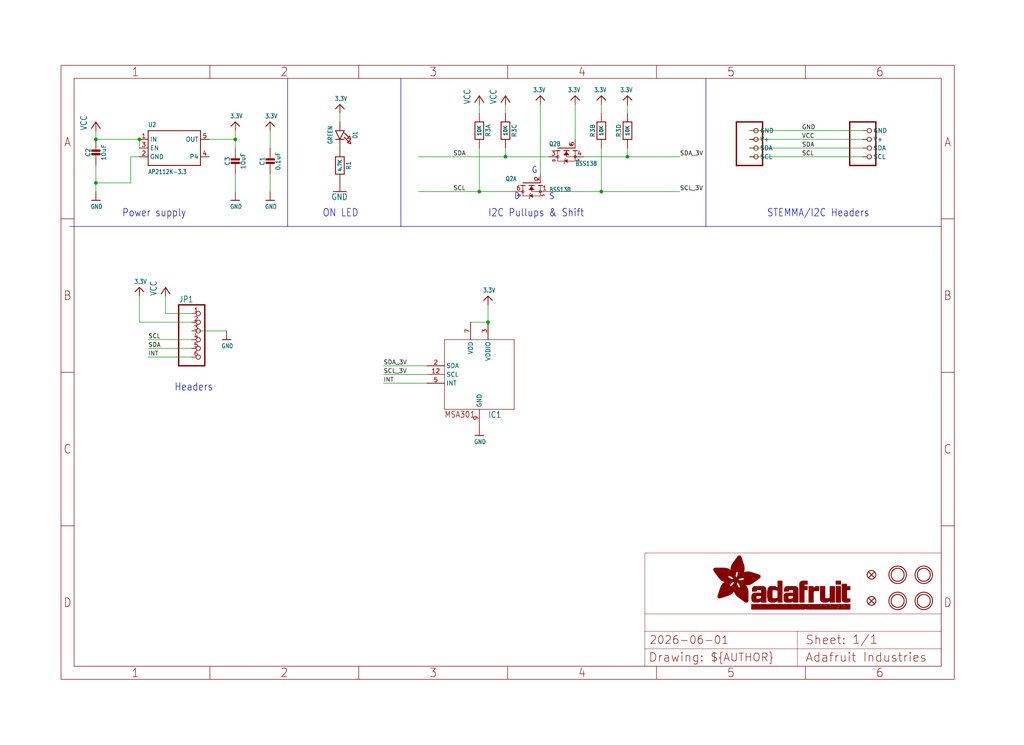
<source format=kicad_sch>
(kicad_sch (version 20230121) (generator eeschema)
  (paper "User" 298.45 217.322)
  (lib_symbols
    (symbol "working-eagle-import:3.3V" (power)
      (property "Value" "3.3V" (at -1.524 1.016 0))
      (symbol "3.3V_1_0"
        (pin power_in line (at 0 -2.54 90) (length 2.54) (name "3.3V") (number "1"))
      )
    )
    (symbol "working-eagle-import:CAP_CERAMIC0603_NO"
      (property "Reference" "C" (at -2.29 1.25 90))
      (symbol "CAP_CERAMIC0603_NO_1_0"
        (pin passive line (at 0 5.08 270) (length 2.54) (name "1") (number "1"))
        (pin passive line (at 0 -2.54 90) (length 2.54) (name "2") (number "2"))
      )
    )
    (symbol "working-eagle-import:CAP_CERAMIC0805-NOOUTLINE"
      (property "Reference" "C" (at -2.29 1.25 90))
      (symbol "CAP_CERAMIC0805-NOOUTLINE_1_0"
        (pin passive line (at 0 5.08 270) (length 2.54) (name "1") (number "1"))
        (pin passive line (at 0 -2.54 90) (length 2.54) (name "2") (number "2"))
      )
    )
    (symbol "working-eagle-import:FIDUCIAL_1MM")
    (symbol "working-eagle-import:FRAME_A4_ADAFRUIT"
      (symbol "FRAME_A4_ADAFRUIT_1_0"
        (text "${#}/${##}" (at 230.505 10.16 0) (effects (font (size 2.54 2.54)) (justify left bottom)))
        (text "${AUTHOR}" (at 189.23 5.08 0) (effects (font (size 2.286 2.286)) (justify left bottom)))
        (text "${CURRENT_DATE}" (at 171.45 10.16 0) (effects (font (size 2.286 2.286)) (justify left bottom)))
        (text "${PROJECTNAME}" (at 171.45 15.24 0) (effects (font (size 2.54 2.54)) (justify left bottom)))
        (text "1" (at 21.6958 1.905 0) (effects (font (size 2.54 2.286))))
        (text "1" (at 21.6958 177.165 0) (effects (font (size 2.54 2.286))))
        (text "2" (at 65.0875 1.905 0) (effects (font (size 2.54 2.286))))
        (text "2" (at 65.0875 177.165 0) (effects (font (size 2.54 2.286))))
        (text "3" (at 108.4792 1.905 0) (effects (font (size 2.54 2.286))))
        (text "3" (at 108.4792 177.165 0) (effects (font (size 2.54 2.286))))
        (text "4" (at 151.8708 1.905 0) (effects (font (size 2.54 2.286))))
        (text "4" (at 151.8708 177.165 0) (effects (font (size 2.54 2.286))))
        (text "5" (at 195.2625 1.905 0) (effects (font (size 2.54 2.286))))
        (text "5" (at 195.2625 177.165 0) (effects (font (size 2.54 2.286))))
        (text "6" (at 238.6542 1.905 0) (effects (font (size 2.54 2.286))))
        (text "6" (at 238.6542 177.165 0) (effects (font (size 2.54 2.286))))
        (text "A" (at 1.905 156.6863 0) (effects (font (size 2.54 2.286))))
        (text "A" (at 258.445 156.6863 0) (effects (font (size 2.54 2.286))))
        (text "Adafruit Industries" (at 216.916 4.953 0) (effects (font (size 2.54 2.54)) (justify left bottom)))
        (text "B" (at 1.905 111.9188 0) (effects (font (size 2.54 2.286))))
        (text "B" (at 258.445 111.9188 0) (effects (font (size 2.54 2.286))))
        (text "C" (at 1.905 67.1513 0) (effects (font (size 2.54 2.286))))
        (text "C" (at 258.445 67.1513 0) (effects (font (size 2.54 2.286))))
        (text "D" (at 1.905 22.3838 0) (effects (font (size 2.54 2.286))))
        (text "D" (at 258.445 22.3838 0) (effects (font (size 2.54 2.286))))
        (text "Drawing:" (at 171.196 4.953 0) (effects (font (size 2.54 2.54)) (justify left bottom)))
        (text "Sheet:" (at 216.916 10.033 0) (effects (font (size 2.54 2.54)) (justify left bottom)))
      )
    )
    (symbol "working-eagle-import:GND" (power)
      (property "Value" "GND" (at -1.524 -2.54 0))
      (symbol "GND_1_0"
        (pin power_in line (at 0 2.54 270) (length 2.54) (name "GND") (number "1"))
      )
    )
    (symbol "working-eagle-import:HEADER-1X670MIL"
      (property "Reference" "JP" (at -6.35 10.795 0))
      (symbol "HEADER-1X670MIL_1_0"
        (pin passive inverted (at -2.54 7.62 0) (length 2.54) (name "1") (number "1"))
        (pin passive inverted (at -2.54 5.08 0) (length 2.54) (name "2") (number "2"))
        (pin passive inverted (at -2.54 2.54 0) (length 2.54) (name "3") (number "3"))
        (pin passive inverted (at -2.54 0 0) (length 2.54) (name "4") (number "4"))
        (pin passive inverted (at -2.54 -2.54 0) (length 2.54) (name "5") (number "5"))
        (pin passive inverted (at -2.54 -5.08 0) (length 2.54) (name "6") (number "6"))
      )
    )
    (symbol "working-eagle-import:LED0603_NOOUTLINE"
      (property "Reference" "D" (at -1.27 4.445 0))
      (symbol "LED0603_NOOUTLINE_1_0"
        (pin passive line (at -5.08 0 0) (length 2.54) (name "A") (number "A"))
        (pin passive line (at 2.54 0 180) (length 2.54) (name "C") (number "C"))
      )
    )
    (symbol "working-eagle-import:MOSFET-N_DUAL"
      (property "Reference" "Q" (at 5.08 0.635 0))
      (symbol "MOSFET-N_DUAL_1_0"
        (text "D" (at 3.175 3.175 0) (effects (font (size 0.8128 0.6908)) (justify left bottom)))
        (text "G" (at -1.27 -1.905 0) (effects (font (size 0.8128 0.6908)) (justify left bottom)))
        (text "S" (at 3.175 -3.81 0) (effects (font (size 0.8128 0.6908)) (justify left bottom)))
        (pin bidirectional line (at 2.54 -5.08 90) (length 2.54) (name "S") (number "1"))
        (pin bidirectional line (at -2.54 -2.54 0) (length 2.54) (name "G") (number "2"))
        (pin bidirectional line (at 2.54 5.08 270) (length 2.54) (name "D") (number "6"))
      )
      (symbol "MOSFET-N_DUAL_2_0"
        (text "D" (at 3.175 3.175 0) (effects (font (size 0.8128 0.6908)) (justify left bottom)))
        (text "G" (at -1.27 -1.905 0) (effects (font (size 0.8128 0.6908)) (justify left bottom)))
        (text "S" (at 3.175 -3.81 0) (effects (font (size 0.8128 0.6908)) (justify left bottom)))
        (pin bidirectional line (at 2.54 5.08 270) (length 2.54) (name "D") (number "3"))
        (pin bidirectional line (at 2.54 -5.08 90) (length 2.54) (name "S") (number "4"))
        (pin bidirectional line (at -2.54 -2.54 0) (length 2.54) (name "G") (number "5"))
      )
    )
    (symbol "working-eagle-import:MOUNTINGHOLE2.5")
    (symbol "working-eagle-import:MSA301"
      (property "Reference" "IC" (at 2.54 -12.7 0))
      (symbol "MSA301_1_0"
        (text "MSA301" (at -10.16 -12.7 0) (effects (font (size 1.778 1.5113)) (justify left bottom)))
        (pin bidirectional line (at -15.24 0 0) (length 5.08) (name "SCL") (number "12"))
        (pin bidirectional line (at -15.24 2.54 0) (length 5.08) (name "SDA") (number "2"))
        (pin power_in line (at 2.54 15.24 270) (length 5.08) (name "VDDIO") (number "3"))
        (pin output line (at -15.24 -2.54 0) (length 5.08) (name "INT") (number "5"))
        (pin power_in line (at -2.54 15.24 270) (length 5.08) (name "VDD") (number "7"))
        (pin power_in line (at 0 -15.24 90) (length 5.08) (name "GND") (number "9"))
      )
    )
    (symbol "working-eagle-import:RESISTOR_0603_NOOUT"
      (property "Reference" "R" (at 0 2.54 0))
      (symbol "RESISTOR_0603_NOOUT_1_0"
        (pin passive line (at -5.08 0 0) (length 2.54) (name "1") (number "1"))
        (pin passive line (at 5.08 0 180) (length 2.54) (name "2") (number "2"))
      )
    )
    (symbol "working-eagle-import:RESISTOR_4PACK"
      (property "Reference" "R" (at 0 2.54 0))
      (symbol "RESISTOR_4PACK_1_0"
        (pin passive line (at -5.08 0 0) (length 2.54) (name "1") (number "1"))
        (pin passive line (at 5.08 0 180) (length 2.54) (name "2") (number "8"))
      )
      (symbol "RESISTOR_4PACK_2_0"
        (pin passive line (at -5.08 0 0) (length 2.54) (name "1") (number "2"))
        (pin passive line (at 5.08 0 180) (length 2.54) (name "2") (number "7"))
      )
      (symbol "RESISTOR_4PACK_3_0"
        (pin passive line (at -5.08 0 0) (length 2.54) (name "1") (number "3"))
        (pin passive line (at 5.08 0 180) (length 2.54) (name "2") (number "6"))
      )
      (symbol "RESISTOR_4PACK_4_0"
        (pin passive line (at -5.08 0 0) (length 2.54) (name "1") (number "4"))
        (pin passive line (at 5.08 0 180) (length 2.54) (name "2") (number "5"))
      )
    )
    (symbol "working-eagle-import:STEMMA_I2C_QT"
      (symbol "STEMMA_I2C_QT_1_0"
        (pin passive inverted (at 0 5.08 0) (length 2.54) (name "GND") (number "1"))
        (pin passive inverted (at 0 2.54 0) (length 2.54) (name "V+") (number "2"))
        (pin passive inverted (at 0 0 0) (length 2.54) (name "SDA") (number "3"))
        (pin passive inverted (at 0 -2.54 0) (length 2.54) (name "SCL") (number "4"))
      )
      (symbol "STEMMA_I2C_QT_2_0"
        (pin bidirectional line (at 0 0 0) (length 5.08) (name "MT") (number "MT1"))
      )
      (symbol "STEMMA_I2C_QT_3_0"
        (pin bidirectional line (at 0 0 0) (length 5.08) (name "MT") (number "MT2"))
      )
    )
    (symbol "working-eagle-import:VCC" (power)
      (property "Value" "VCC" (at -2.54 -2.54 90))
      (symbol "VCC_1_0"
        (pin power_in line (at 0 -2.54 90) (length 2.54) (name "VCC") (number "1"))
      )
    )
    (symbol "working-eagle-import:VREG_SOT23-5"
      (property "Reference" "U" (at -7.62 6.096 0))
      (symbol "VREG_SOT23-5_1_0"
        (pin power_in line (at -10.16 2.54 0) (length 2.54) (name "IN") (number "1"))
        (pin power_in line (at -10.16 -2.54 0) (length 2.54) (name "GND") (number "2"))
        (pin input line (at -10.16 0 0) (length 2.54) (name "EN") (number "3"))
        (pin bidirectional line (at 10.16 -2.54 180) (length 2.54) (name "P4") (number "4"))
        (pin power_in line (at 10.16 2.54 180) (length 2.54) (name "OUT") (number "5"))
      )
    )
    (symbol "working-eagle-import:supply1_GND" (power)
      (property "Value" "supply1_GND" (at -2.54 -2.54 0))
      (symbol "supply1_GND_1_0"
        (pin power_in line (at 0 2.54 270) (length 2.54) (name "GND") (number "1"))
      )
    )
  )
  (junction (at 40.64 40.64))
  (junction (at 182.88 45.72))
  (junction (at 27.94 53.34))
  (junction (at 27.94 40.64))
  (junction (at 139.7 55.88))
  (junction (at 175.26 55.88))
  (junction (at 68.58 40.64))
  (junction (at 142.24 93.98))
  (junction (at 147.32 45.72))
  (wire (pts (xy 157.48 50.8) (xy 157.48 30.48)) (stroke (width 0.1524)))
  (wire (pts (xy 38.1 53.34) (xy 27.94 53.34)) (stroke (width 0.1524)))
  (wire (pts (xy 147.32 45.72) (xy 121.92 45.72)) (stroke (width 0.1524)))
  (wire (pts (xy 218.44 45.72) (xy 251.46 45.72)) (stroke (width 0.1524)))
  (wire (pts (xy 55.88 96.52) (xy 66.04 96.52)) (stroke (width 0.1524)))
  (wire (pts (xy 175.26 55.88) (xy 198.12 55.88)) (stroke (width 0.1524)))
  (wire (pts (xy 175.26 43.18) (xy 175.26 55.88)) (stroke (width 0.1524)))
  (wire (pts (xy 55.88 91.44) (xy 48.26 91.44)) (stroke (width 0.1524)))
  (wire (pts (xy 40.64 93.98) (xy 40.64 86.36)) (stroke (width 0.1524)))
  (wire (pts (xy 182.88 43.18) (xy 182.88 45.72)) (stroke (width 0.1524)))
  (wire (pts (xy 40.64 43.18) (xy 40.64 40.64)) (stroke (width 0.1524)))
  (wire (pts (xy 139.7 43.18) (xy 139.7 55.88)) (stroke (width 0.1524)))
  (wire (pts (xy 149.86 55.88) (xy 139.7 55.88)) (stroke (width 0.1524)))
  (wire (pts (xy 111.76 109.22) (xy 124.46 109.22)) (stroke (width 0.1524)))
  (wire (pts (xy 139.7 55.88) (xy 121.92 55.88)) (stroke (width 0.1524)))
  (wire (pts (xy 55.88 101.6) (xy 43.18 101.6)) (stroke (width 0.1524)))
  (wire (pts (xy 55.88 104.14) (xy 43.18 104.14)) (stroke (width 0.1524)))
  (wire (pts (xy 68.58 40.64) (xy 68.58 38.1)) (stroke (width 0.1524)))
  (polyline (pts (xy 205.74 22.86) (xy 205.74 66.04)) (stroke (width 0.1524) (type solid)))
  (polyline (pts (xy 20.32 66.04) (xy 83.82 66.04)) (stroke (width 0.1524) (type solid)))
  (wire (pts (xy 55.88 99.06) (xy 43.18 99.06)) (stroke (width 0.1524)))
  (wire (pts (xy 60.96 40.64) (xy 68.58 40.64)) (stroke (width 0.1524)))
  (wire (pts (xy 142.24 93.98) (xy 142.24 88.9)) (stroke (width 0.1524)))
  (wire (pts (xy 68.58 50.8) (xy 68.58 55.88)) (stroke (width 0.1524)))
  (wire (pts (xy 124.46 106.68) (xy 111.76 106.68)) (stroke (width 0.1524)))
  (wire (pts (xy 40.64 45.72) (xy 38.1 45.72)) (stroke (width 0.1524)))
  (wire (pts (xy 78.74 50.8) (xy 78.74 55.88)) (stroke (width 0.1524)))
  (wire (pts (xy 167.64 40.64) (xy 167.64 30.48)) (stroke (width 0.1524)))
  (wire (pts (xy 251.46 38.1) (xy 218.44 38.1)) (stroke (width 0.1524)))
  (polyline (pts (xy 116.84 22.86) (xy 116.84 66.04)) (stroke (width 0.1524) (type solid)))
  (wire (pts (xy 27.94 53.34) (xy 27.94 48.26)) (stroke (width 0.1524)))
  (polyline (pts (xy 205.74 66.04) (xy 274.32 66.04)) (stroke (width 0.1524) (type solid)))
  (wire (pts (xy 78.74 38.1) (xy 78.74 43.18)) (stroke (width 0.1524)))
  (wire (pts (xy 27.94 53.34) (xy 27.94 55.88)) (stroke (width 0.1524)))
  (wire (pts (xy 124.46 111.76) (xy 111.76 111.76)) (stroke (width 0.1524)))
  (wire (pts (xy 175.26 33.02) (xy 175.26 30.48)) (stroke (width 0.1524)))
  (wire (pts (xy 218.44 40.64) (xy 251.46 40.64)) (stroke (width 0.1524)))
  (wire (pts (xy 139.7 30.48) (xy 139.7 33.02)) (stroke (width 0.1524)))
  (wire (pts (xy 137.16 93.98) (xy 142.24 93.98)) (stroke (width 0.1524)))
  (wire (pts (xy 99.06 35.56) (xy 99.06 33.02)) (stroke (width 0.1524)))
  (wire (pts (xy 251.46 43.18) (xy 218.44 43.18)) (stroke (width 0.1524)))
  (wire (pts (xy 68.58 40.64) (xy 68.58 43.18)) (stroke (width 0.1524)))
  (polyline (pts (xy 116.84 66.04) (xy 205.74 66.04)) (stroke (width 0.1524) (type solid)))
  (polyline (pts (xy 83.82 66.04) (xy 116.84 66.04)) (stroke (width 0.1524) (type solid)))
  (wire (pts (xy 160.02 45.72) (xy 147.32 45.72)) (stroke (width 0.1524)))
  (wire (pts (xy 40.64 40.64) (xy 27.94 40.64)) (stroke (width 0.1524)))
  (wire (pts (xy 182.88 33.02) (xy 182.88 30.48)) (stroke (width 0.1524)))
  (wire (pts (xy 48.26 91.44) (xy 48.26 86.36)) (stroke (width 0.1524)))
  (wire (pts (xy 170.18 45.72) (xy 182.88 45.72)) (stroke (width 0.1524)))
  (polyline (pts (xy 83.82 22.86) (xy 83.82 66.04)) (stroke (width 0.1524) (type solid)))
  (wire (pts (xy 38.1 45.72) (xy 38.1 53.34)) (stroke (width 0.1524)))
  (wire (pts (xy 27.94 38.1) (xy 27.94 40.64)) (stroke (width 0.1524)))
  (wire (pts (xy 147.32 43.18) (xy 147.32 45.72)) (stroke (width 0.1524)))
  (wire (pts (xy 182.88 45.72) (xy 198.12 45.72)) (stroke (width 0.1524)))
  (wire (pts (xy 55.88 93.98) (xy 40.64 93.98)) (stroke (width 0.1524)))
  (wire (pts (xy 160.02 55.88) (xy 175.26 55.88)) (stroke (width 0.1524)))
  (wire (pts (xy 147.32 33.02) (xy 147.32 30.48)) (stroke (width 0.1524)))
  (text "STEMMA/I2C Headers" (at 223.52 63.5 0) (effects (font (size 2.1844 1.8567)) (justify left bottom)))
  (text "I2C Pullups & Shift" (at 142.24 63.5 0) (effects (font (size 2.1844 1.8567)) (justify left bottom)))
  (text "S" (at 160.02 58.42 0) (effects (font (size 1.778 1.5113)) (justify left bottom)))
  (text "Power supply" (at 35.56 63.5 0) (effects (font (size 2.1844 1.8567)) (justify left bottom)))
  (text "G" (at 154.94 50.8 0) (effects (font (size 1.778 1.5113)) (justify left bottom)))
  (text "D" (at 149.86 58.42 0) (effects (font (size 1.778 1.5113)) (justify left bottom)))
  (text "ON LED" (at 93.98 63.5 0) (effects (font (size 2.1844 1.8567)) (justify left bottom)))
  (text "Headers" (at 50.8 114.3 0) (effects (font (size 2.1844 1.8567)) (justify left bottom)))
  (label "SDA" (at 43.18 101.6 0) (effects (font (size 1.2446 1.2446))))
  (label "GND" (at 233.68 38.1 0) (effects (font (size 1.2446 1.2446))))
  (label "SDA_3V" (at 198.12 45.72 0) (effects (font (size 1.2446 1.2446))))
  (label "SCL_3V" (at 198.12 55.88 0) (effects (font (size 1.2446 1.2446))))
  (label "SCL" (at 233.68 45.72 0) (effects (font (size 1.2446 1.2446))))
  (label "SCL" (at 132.08 55.88 0) (effects (font (size 1.2446 1.2446))))
  (label "SDA" (at 132.08 45.72 0) (effects (font (size 1.2446 1.2446))))
  (label "INT" (at 111.76 111.76 0) (effects (font (size 1.2446 1.2446))))
  (label "SDA" (at 233.68 43.18 0) (effects (font (size 1.2446 1.2446))))
  (label "VCC" (at 233.68 40.64 0) (effects (font (size 1.2446 1.2446))))
  (label "SCL_3V" (at 111.76 109.22 0) (effects (font (size 1.2446 1.2446))))
  (label "SCL" (at 43.18 99.06 0) (effects (font (size 1.2446 1.2446))))
  (label "SDA_3V" (at 111.76 106.68 0) (effects (font (size 1.2446 1.2446))))
  (label "INT" (at 43.18 104.14 0) (effects (font (size 1.2446 1.2446))))
  (symbol (lib_id "working-eagle-import:GND") (at 78.74 58.42 0) (unit 1)
    (property "Reference" "#U$6" (effects hide))
    (property "Value" "GND" (at 77.216 60.96 0) (effects (font (size 1.27 1.0795)) (justify left bottom)))
  )
  (symbol (lib_id "working-eagle-import:MSA301") (at 139.7 109.22 0) (unit 1)
    (property "Reference" "IC1" (at 142.24 121.92 0) (effects (font (size 1.778 1.5113)) (justify left bottom)))
    (property "Value" "MSA301" (effects hide))
    (property "Footprint" "working:LGA12_2X2MM" (effects hide))
  )
  (symbol (lib_id "working-eagle-import:VCC") (at 147.32 27.94 0) (unit 1)
    (property "Reference" "#P+2" (effects hide))
    (property "Value" "VCC" (at 144.78 30.48 90) (effects (font (size 1.778 1.5113)) (justify left bottom)))
  )
  (symbol (lib_id "working-eagle-import:MOUNTINGHOLE2.5") (at 269.24 175.26 0) (unit 1)
    (property "Reference" "U$21" (effects hide))
    (property "Value" "MOUNTINGHOLE2.5" (effects hide))
    (property "Footprint" "working:MOUNTINGHOLE_2.5_PLATED" (effects hide))
  )
  (symbol (lib_id "working-eagle-import:RESISTOR_4PACK") (at 139.7 38.1 270) (unit 1)
    (property "Reference" "R3" (at 142.24 38.1 0))
    (property "Value" "10K" (at 139.7 38.1 0) (effects (font (size 1.016 1.016) bold)))
    (property "Footprint" "working:RESPACK_4X0603" (effects hide))
  )
  (symbol (lib_id "working-eagle-import:3.3V") (at 175.26 27.94 0) (mirror y) (unit 1)
    (property "Reference" "#U$24" (effects hide))
    (property "Value" "3.3V" (at 176.784 26.924 0) (effects (font (size 1.27 1.0795)) (justify left bottom)))
  )
  (symbol (lib_id "working-eagle-import:RESISTOR_0603_NOOUT") (at 99.06 48.26 270) (unit 1)
    (property "Reference" "R1" (at 101.6 48.26 0))
    (property "Value" "4.7K" (at 99.06 48.26 0) (effects (font (size 1.016 1.016) bold)))
    (property "Footprint" "working:0603-NO" (effects hide))
  )
  (symbol (lib_id "working-eagle-import:MOSFET-N_DUAL") (at 154.94 53.34 90) (mirror x) (unit 1)
    (property "Reference" "Q2" (at 147.32 51.435 90) (effects (font (size 1.27 1.0795)) (justify right top)))
    (property "Value" "BSS138" (at 160.02 54.61 90) (effects (font (size 1.27 1.0795)) (justify right top)))
    (property "Footprint" "working:SOT363" (effects hide))
  )
  (symbol (lib_id "working-eagle-import:3.3V") (at 167.64 27.94 0) (mirror y) (unit 1)
    (property "Reference" "#U$23" (effects hide))
    (property "Value" "3.3V" (at 169.164 26.924 0) (effects (font (size 1.27 1.0795)) (justify left bottom)))
  )
  (symbol (lib_id "working-eagle-import:3.3V") (at 182.88 27.94 0) (mirror y) (unit 1)
    (property "Reference" "#U$7" (effects hide))
    (property "Value" "3.3V" (at 184.404 26.924 0) (effects (font (size 1.27 1.0795)) (justify left bottom)))
  )
  (symbol (lib_id "working-eagle-import:VCC") (at 48.26 83.82 0) (unit 1)
    (property "Reference" "#P+4" (effects hide))
    (property "Value" "VCC" (at 45.72 86.36 90) (effects (font (size 1.778 1.5113)) (justify left bottom)))
  )
  (symbol (lib_id "working-eagle-import:FRAME_A4_ADAFRUIT") (at 17.78 198.12 0) (unit 1)
    (property "Reference" "#U$18" (effects hide))
    (property "Value" "FRAME_A4_ADAFRUIT" (effects hide))
  )
  (symbol (lib_id "working-eagle-import:MOSFET-N_DUAL") (at 165.1 43.18 90) (mirror x) (unit 2)
    (property "Reference" "Q2" (at 160.02 41.275 90) (effects (font (size 1.27 1.0795)) (justify right top)))
    (property "Value" "BSS138" (at 167.64 46.99 90) (effects (font (size 1.27 1.0795)) (justify right top)))
    (property "Footprint" "working:SOT363" (effects hide))
  )
  (symbol (lib_id "working-eagle-import:GND") (at 27.94 58.42 0) (unit 1)
    (property "Reference" "#U$13" (effects hide))
    (property "Value" "GND" (at 26.416 60.96 0) (effects (font (size 1.27 1.0795)) (justify left bottom)))
  )
  (symbol (lib_id "working-eagle-import:RESISTOR_4PACK") (at 182.88 38.1 90) (mirror x) (unit 4)
    (property "Reference" "R3" (at 180.34 38.1 0))
    (property "Value" "10K" (at 182.88 38.1 0) (effects (font (size 1.016 1.016) bold)))
    (property "Footprint" "working:RESPACK_4X0603" (effects hide))
  )
  (symbol (lib_id "working-eagle-import:CAP_CERAMIC0805-NOOUTLINE") (at 68.58 48.26 0) (unit 1)
    (property "Reference" "C3" (at 66.29 47.01 90))
    (property "Value" "10uF" (at 70.88 47.01 90))
    (property "Footprint" "working:0805-NO" (effects hide))
  )
  (symbol (lib_id "working-eagle-import:LED0603_NOOUTLINE") (at 99.06 40.64 270) (unit 1)
    (property "Reference" "D1" (at 103.505 39.37 0) (effects (font (size 1.27 1.0795))))
    (property "Value" "GREEN" (at 96.266 39.37 0) (effects (font (size 1.27 1.0795))))
    (property "Footprint" "working:CHIPLED_0603_NOOUTLINE" (effects hide))
  )
  (symbol (lib_id "working-eagle-import:GND") (at 66.04 99.06 0) (unit 1)
    (property "Reference" "#U$10" (effects hide))
    (property "Value" "GND" (at 64.516 101.6 0) (effects (font (size 1.27 1.0795)) (justify left bottom)))
  )
  (symbol (lib_id "working-eagle-import:GND") (at 139.7 127 0) (unit 1)
    (property "Reference" "#U$11" (effects hide))
    (property "Value" "GND" (at 138.176 129.54 0) (effects (font (size 1.27 1.0795)) (justify left bottom)))
  )
  (symbol (lib_id "working-eagle-import:VCC") (at 139.7 27.94 0) (unit 1)
    (property "Reference" "#P+1" (effects hide))
    (property "Value" "VCC" (at 137.16 30.48 90) (effects (font (size 1.778 1.5113)) (justify left bottom)))
  )
  (symbol (lib_id "working-eagle-import:VCC") (at 27.94 35.56 0) (unit 1)
    (property "Reference" "#P+3" (effects hide))
    (property "Value" "VCC" (at 25.4 38.1 90) (effects (font (size 1.778 1.5113)) (justify left bottom)))
  )
  (symbol (lib_id "working-eagle-import:CAP_CERAMIC0805-NOOUTLINE") (at 27.94 45.72 0) (unit 1)
    (property "Reference" "C2" (at 25.65 44.47 90))
    (property "Value" "10uF" (at 30.24 44.47 90))
    (property "Footprint" "working:0805-NO" (effects hide))
  )
  (symbol (lib_id "working-eagle-import:3.3V") (at 78.74 35.56 0) (unit 1)
    (property "Reference" "#U$14" (effects hide))
    (property "Value" "3.3V" (at 77.216 34.544 0) (effects (font (size 1.27 1.0795)) (justify left bottom)))
  )
  (symbol (lib_id "working-eagle-import:FIDUCIAL_1MM") (at 254 167.64 0) (unit 1)
    (property "Reference" "FID4" (effects hide))
    (property "Value" "FIDUCIAL_1MM" (effects hide))
    (property "Footprint" "working:FIDUCIAL_1MM" (effects hide))
  )
  (symbol (lib_id "working-eagle-import:STEMMA_I2C_QT") (at 218.44 43.18 0) (unit 1)
    (property "Reference" "CONN3" (effects hide))
    (property "Value" "STEMMA_I2C_QT" (effects hide))
    (property "Footprint" "working:JST_SH4" (effects hide))
  )
  (symbol (lib_id "working-eagle-import:MOUNTINGHOLE2.5") (at 269.24 167.64 0) (unit 1)
    (property "Reference" "U$19" (effects hide))
    (property "Value" "MOUNTINGHOLE2.5" (effects hide))
    (property "Footprint" "working:MOUNTINGHOLE_2.5_PLATED" (effects hide))
  )
  (symbol (lib_id "working-eagle-import:3.3V") (at 142.24 86.36 0) (unit 1)
    (property "Reference" "#U$2" (effects hide))
    (property "Value" "3.3V" (at 140.716 85.344 0) (effects (font (size 1.27 1.0795)) (justify left bottom)))
  )
  (symbol (lib_id "working-eagle-import:RESISTOR_4PACK") (at 175.26 38.1 90) (mirror x) (unit 2)
    (property "Reference" "R3" (at 172.72 38.1 0))
    (property "Value" "10K" (at 175.26 38.1 0) (effects (font (size 1.016 1.016) bold)))
    (property "Footprint" "working:RESPACK_4X0603" (effects hide))
  )
  (symbol (lib_id "working-eagle-import:supply1_GND") (at 99.06 55.88 0) (unit 1)
    (property "Reference" "#GND6" (effects hide))
    (property "Value" "GND" (at 96.52 58.42 0) (effects (font (size 1.778 1.5113)) (justify left bottom)))
  )
  (symbol (lib_id "working-eagle-import:STEMMA_I2C_QT") (at 251.46 43.18 0) (unit 1)
    (property "Reference" "CONN4" (effects hide))
    (property "Value" "STEMMA_I2C_QT" (effects hide))
    (property "Footprint" "working:JST_SH4" (effects hide))
  )
  (symbol (lib_id "working-eagle-import:3.3V") (at 40.64 83.82 0) (unit 1)
    (property "Reference" "#U$16" (effects hide))
    (property "Value" "3.3V" (at 39.116 82.804 0) (effects (font (size 1.27 1.0795)) (justify left bottom)))
  )
  (symbol (lib_id "working-eagle-import:HEADER-1X670MIL") (at 58.42 99.06 0) (unit 1)
    (property "Reference" "JP1" (at 52.07 88.265 0) (effects (font (size 1.778 1.5113)) (justify left bottom)))
    (property "Value" "HEADER-1X670MIL" (effects hide))
    (property "Footprint" "working:1X06_ROUND_70" (effects hide))
  )
  (symbol (lib_id "working-eagle-import:CAP_CERAMIC0603_NO") (at 78.74 48.26 0) (unit 1)
    (property "Reference" "C1" (at 76.45 47.01 90))
    (property "Value" "0.1uF" (at 81.04 47.01 90))
    (property "Footprint" "working:0603-NO" (effects hide))
  )
  (symbol (lib_id "working-eagle-import:FIDUCIAL_1MM") (at 254 175.26 0) (unit 1)
    (property "Reference" "FID3" (effects hide))
    (property "Value" "FIDUCIAL_1MM" (effects hide))
    (property "Footprint" "working:FIDUCIAL_1MM" (effects hide))
  )
  (symbol (lib_id "working-eagle-import:VREG_SOT23-5") (at 50.8 43.18 0) (unit 1)
    (property "Reference" "U2" (at 43.18 37.084 0) (effects (font (size 1.27 1.0795)) (justify left bottom)))
    (property "Value" "AP2112K-3.3" (at 43.18 50.8 0) (effects (font (size 1.27 1.0795)) (justify left bottom)))
    (property "Footprint" "working:SOT23-5" (effects hide))
  )
  (symbol (lib_id "working-eagle-import:3.3V") (at 99.06 30.48 0) (unit 1)
    (property "Reference" "#U$3" (effects hide))
    (property "Value" "3.3V" (at 97.536 29.464 0) (effects (font (size 1.27 1.0795)) (justify left bottom)))
  )
  (symbol (lib_id "working-eagle-import:MOUNTINGHOLE2.5") (at 261.62 167.64 0) (unit 1)
    (property "Reference" "U$17" (effects hide))
    (property "Value" "MOUNTINGHOLE2.5" (effects hide))
    (property "Footprint" "working:MOUNTINGHOLE_2.5_PLATED" (effects hide))
  )
  (symbol (lib_id "working-eagle-import:RESISTOR_4PACK") (at 147.32 38.1 270) (unit 3)
    (property "Reference" "R3" (at 149.86 38.1 0))
    (property "Value" "10K" (at 147.32 38.1 0) (effects (font (size 1.016 1.016) bold)))
    (property "Footprint" "working:RESPACK_4X0603" (effects hide))
  )
  (symbol (lib_id "working-eagle-import:GND") (at 68.58 58.42 0) (unit 1)
    (property "Reference" "#U$5" (effects hide))
    (property "Value" "GND" (at 67.056 60.96 0) (effects (font (size 1.27 1.0795)) (justify left bottom)))
  )
  (symbol (lib_id "working-eagle-import:3.3V") (at 157.48 27.94 0) (mirror y) (unit 1)
    (property "Reference" "#U$26" (effects hide))
    (property "Value" "3.3V" (at 159.004 26.924 0) (effects (font (size 1.27 1.0795)) (justify left bottom)))
  )
  (symbol (lib_id "working-eagle-import:3.3V") (at 68.58 35.56 0) (unit 1)
    (property "Reference" "#U$15" (effects hide))
    (property "Value" "3.3V" (at 67.056 34.544 0) (effects (font (size 1.27 1.0795)) (justify left bottom)))
  )
  (symbol (lib_id "working-eagle-import:MOUNTINGHOLE2.5") (at 261.62 175.26 0) (unit 1)
    (property "Reference" "U$1" (effects hide))
    (property "Value" "MOUNTINGHOLE2.5" (effects hide))
    (property "Footprint" "working:MOUNTINGHOLE_2.5_PLATED" (effects hide))
  )
)
</source>
